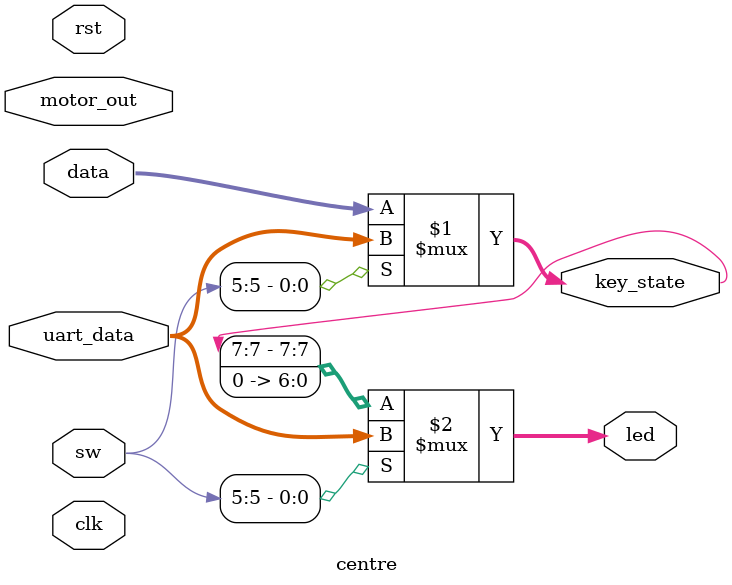
<source format=v>
`timescale 1ns / 1ps

module centre(
    input clk,
	input rst,
	input [7:0]sw,
	input  [7:0]data,
	input [7:0]motor_out,
	input  [7:0]uart_data,
	output [7:0]led,
    output [7:0]key_state
        );



assign key_state = sw[5]? {uart_data[7:0]} : {data[7:0]};
assign led = sw[5]? {uart_data[7:0]} : {key_state[7],7'd0};   

endmodule

</source>
